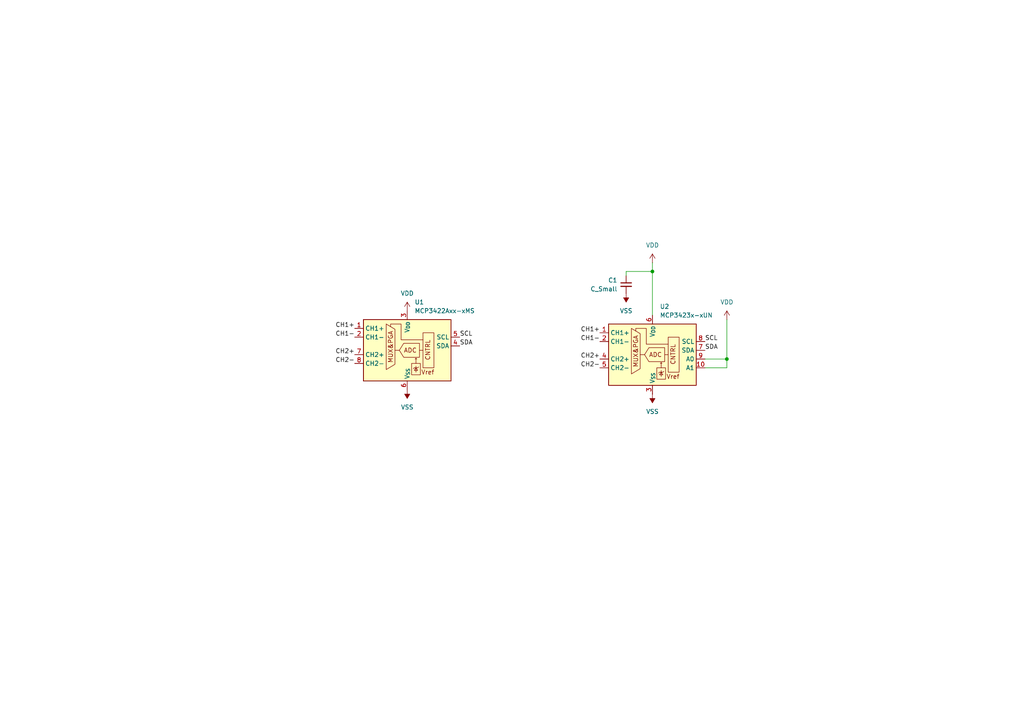
<source format=kicad_sch>
(kicad_sch (version 20250114) (generator "eeschema") (generator_version "9.0")
  (paper "A4")
  (lib_symbols
    (symbol "Analog_ADC:MCP3422Axx-xMS"
      (property "Reference" "U" (at -11.43 8.89 0))
      (property "Value" "MCP3422Axx-xMS" (at 20.32 8.89 0))
      (symbol "MCP3422Axx-xMS_0_0"
        (polyline (pts (xy -6.096 6.35) (xy -3.556 4.826) (xy -3.556 -5.334) (xy -6.096 -6.858) (xy -6.096 6.35)))
        (polyline (pts (xy 3.556 0.762) (xy 3.556 -3.302) (xy -1.016 -3.302) (xy -2.286 -1.27) (xy -1.016 0.762) (xy 3.556 0.762)))
        (polyline (pts (xy 4.572 1.778) (xy -1.778 1.778) (xy -1.778 6.35) (xy -4.826 6.35) (xy -4.826 5.588)))
        (text "MUX&PGA" (at -4.826 -0.254 900) (effects (font (size 1.27 1.27))))
        (text "ADC" (at 0.889 -1.27 0) (effects (font (size 1.27 1.27))))
        (text "Vref" (at 5.969 -7.62 0) (effects (font (size 1.27 1.27))))
        (text "CNTRL" (at 6.731 -4.191 900) (effects (font (size 1.27 1.27)) (justify left bottom)))
      )
      (symbol "MCP3422Axx-xMS_0_1"
        (polyline (pts (xy -3.556 -1.27) (xy -2.286 -1.27)))
        (rectangle (start 1.27 -5.08) (end 3.81 -8.382))
        (polyline (pts (xy 2.032 -6.35) (xy 1.778 -6.604)))
        (polyline (pts (xy 2.032 -6.35) (xy 3.048 -6.35) (xy 3.302 -6.096)))
        (polyline (pts (xy 2.54 -3.556) (xy 2.794 -3.81)))
        (polyline (pts (xy 2.54 -5.08) (xy 2.54 -3.556) (xy 2.286 -3.81)))
        (polyline (pts (xy 2.54 -5.842) (xy 2.54 -7.62)))
        (polyline (pts (xy 2.54 -6.35) (xy 2.032 -7.112) (xy 3.048 -7.112) (xy 2.54 -6.35)))
        (polyline (pts (xy 3.556 -1.27) (xy 4.572 -1.27)))
        (rectangle (start 4.572 -6.35) (end 7.747 3.81))
        (rectangle (start 12.7 7.62) (end -12.7 -10.16) (stroke (width 0.254)) (fill (type background)))
      )
      (symbol "MCP3422Axx-xMS_1_1"
        (pin input line (at -15.24 5.08 0) (length 2.54) (name "CH1+") (number "1"))
        (pin input line (at -15.24 2.54 0) (length 2.54) (name "CH1-") (number "2"))
        (pin input line (at -15.24 -2.54 0) (length 2.54) (name "CH2+") (number "7"))
        (pin input line (at -15.24 -5.08 0) (length 2.54) (name "CH2-") (number "8"))
        (pin power_in line (at 0 10.16 270) (length 2.54) (name "V_{DD}") (number "3"))
        (pin power_in line (at 0 -12.7 90) (length 2.54) (name "V_{SS}") (number "6"))
        (pin input line (at 15.24 2.54 180) (length 2.54) (name "SCL") (number "5"))
        (pin bidirectional line (at 15.24 0 180) (length 2.54) (name "SDA") (number "4"))
      )
    )
    (symbol "Analog_ADC:MCP3423x-xUN"
      (property "Reference" "U" (at -11.43 8.89 0))
      (property "Value" "MCP3423x-xUN" (at 19.05 8.89 0))
      (symbol "MCP3423x-xUN_0_0"
        (polyline (pts (xy -6.096 6.35) (xy -3.556 4.826) (xy -3.556 -5.334) (xy -6.096 -6.858) (xy -6.096 6.35)))
        (polyline (pts (xy 3.556 0.762) (xy 3.556 -3.302) (xy -1.016 -3.302) (xy -2.286 -1.27) (xy -1.016 0.762) (xy 3.556 0.762)))
        (polyline (pts (xy 4.572 1.778) (xy -1.778 1.778) (xy -1.778 6.35) (xy -4.826 6.35) (xy -4.826 5.588)))
        (text "MUX&PGA" (at -4.826 -0.254 900) (effects (font (size 1.27 1.27))))
        (text "ADC" (at 0.889 -1.27 0) (effects (font (size 1.27 1.27))))
        (text "Vref" (at 5.969 -7.62 0) (effects (font (size 1.27 1.27))))
        (text "CNTRL" (at 6.731 -4.191 900) (effects (font (size 1.27 1.27)) (justify left bottom)))
      )
      (symbol "MCP3423x-xUN_0_1"
        (polyline (pts (xy -3.556 -1.27) (xy -2.286 -1.27)))
        (rectangle (start 1.27 -5.08) (end 3.81 -8.382))
        (polyline (pts (xy 2.032 -6.35) (xy 1.778 -6.604)))
        (polyline (pts (xy 2.032 -6.35) (xy 3.048 -6.35) (xy 3.302 -6.096)))
        (polyline (pts (xy 2.54 -3.556) (xy 2.794 -3.81)))
        (polyline (pts (xy 2.54 -5.08) (xy 2.54 -3.556) (xy 2.286 -3.81)))
        (polyline (pts (xy 2.54 -5.842) (xy 2.54 -7.62)))
        (polyline (pts (xy 2.54 -6.35) (xy 2.032 -7.112) (xy 3.048 -7.112) (xy 2.54 -6.35)))
        (polyline (pts (xy 3.556 -1.27) (xy 4.572 -1.27)))
        (rectangle (start 4.572 -6.35) (end 7.747 3.81))
        (rectangle (start 12.7 7.62) (end -12.7 -10.16) (stroke (width 0.254)) (fill (type background)))
      )
      (symbol "MCP3423x-xUN_1_1"
        (pin input line (at -15.24 5.08 0) (length 2.54) (name "CH1+") (number "1"))
        (pin input line (at -15.24 2.54 0) (length 2.54) (name "CH1-") (number "2"))
        (pin input line (at -15.24 -2.54 0) (length 2.54) (name "CH2+") (number "4"))
        (pin input line (at -15.24 -5.08 0) (length 2.54) (name "CH2-") (number "5"))
        (pin power_in line (at 0 10.16 270) (length 2.54) (name "V_{DD}") (number "6"))
        (pin power_in line (at 0 -12.7 90) (length 2.54) (name "V_{SS}") (number "3"))
        (pin input line (at 15.24 2.54 180) (length 2.54) (name "SCL") (number "8"))
        (pin bidirectional line (at 15.24 0 180) (length 2.54) (name "SDA") (number "7"))
        (pin input line (at 15.24 -2.54 180) (length 2.54) (name "A0") (number "9"))
        (pin input line (at 15.24 -5.08 180) (length 2.54) (name "A1") (number "10"))
      )
    )
    (symbol "Device:C_Small" (pin_numbers (hide yes)) (pin_names (offset 0.254) (hide yes))
      (property "Reference" "C" (at 0.254 1.778 0))
      (property "Value" "C_Small" (at 0.254 -2.032 0))
      (symbol "C_Small_0_1"
        (polyline (pts (xy -1.524 0.508) (xy 1.524 0.508)) (stroke (width 0.3048)))
        (polyline (pts (xy -1.524 -0.508) (xy 1.524 -0.508)) (stroke (width 0.3302)))
      )
      (symbol "C_Small_1_1"
        (pin passive line (at 0 2.54 270) (length 2.032) (name "~") (number "1"))
        (pin passive line (at 0 -2.54 90) (length 2.032) (name "~") (number "2"))
      )
    )
    (symbol "power:VDD" (power) (pin_numbers (hide yes)) (pin_names (offset 0) (hide yes))
      (property "Value" "VDD" (at 0 3.556 0))
      (symbol "VDD_0_1"
        (polyline (pts (xy -0.762 1.27) (xy 0 2.54)))
        (polyline (pts (xy 0 2.54) (xy 0.762 1.27)))
        (polyline (pts (xy 0 0) (xy 0 2.54)))
      )
      (symbol "VDD_1_1"
        (pin power_in line (at 0 0 90) (length 0) (name "~") (number "1"))
      )
    )
    (symbol "power:VSS" (power) (pin_numbers (hide yes)) (pin_names (offset 0) (hide yes))
      (property "Value" "VSS" (at 0 3.556 0))
      (symbol "VSS_0_1"
        (polyline (pts (xy 0 0) (xy 0 2.54)))
        (polyline (pts (xy 0.762 1.27) (xy -0.762 1.27) (xy 0 2.54) (xy 0.762 1.27)) (fill (type outline)))
      )
      (symbol "VSS_1_1"
        (pin power_in line (at 0 0 90) (length 0) (name "~") (number "1"))
      )
    )
  )
  (junction (at 189.23 78.74))
  (junction (at 210.82 104.14))
  (wire (pts (xy 189.23 76.2) (xy 189.23 78.74)))
  (wire (pts (xy 210.82 92.71) (xy 210.82 104.14)))
  (wire (pts (xy 210.82 104.14) (xy 210.82 106.68)))
  (wire (pts (xy 181.61 80.01) (xy 181.61 78.74)))
  (wire (pts (xy 210.82 106.68) (xy 204.47 106.68)))
  (wire (pts (xy 181.61 78.74) (xy 189.23 78.74)))
  (wire (pts (xy 189.23 78.74) (xy 189.23 91.44)))
  (wire (pts (xy 204.47 104.14) (xy 210.82 104.14)))
  (label "CH1-" (at 102.87 97.79 180))
  (label "CH2+" (at 102.87 102.87 180))
  (label "CH1+" (at 173.99 96.52 180))
  (label "CH2-" (at 102.87 105.41 180))
  (label "CH2-" (at 173.99 106.68 180))
  (label "CH1+" (at 102.87 95.25 180))
  (label "SDA" (at 204.47 101.6 0))
  (label "SDA" (at 133.35 100.33 0))
  (label "SCL" (at 204.47 99.06 0))
  (label "SCL" (at 133.35 97.79 0))
  (label "CH1-" (at 173.99 99.06 180))
  (label "CH2+" (at 173.99 104.14 180))
  (symbol (lib_id "Analog_ADC:MCP3423x-xUN") (at 189.23 101.6 0) (unit 1)
    (property "Reference" "U2" (at 191.3733 88.9 0) (effects (justify left)))
    (property "Value" "MCP3423x-xUN" (at 191.3733 91.44 0) (effects (justify left)))
    (property "Footprint" "Package_SO:MSOP-10_3x3mm_P0.5mm" (effects (hide yes)))
    (property "Datasheet" "http://ww1.microchip.com/downloads/en/DeviceDoc/22088c.pdf" (effects (hide yes)))
    (property "Description" "2-Channel, 18-Bit, Delta-Sigma AD-Converter, I²C Interface, Reference, MSOP-10" (effects (hide yes)))
  )
  (symbol (lib_id "power:VSS") (at 189.23 114.3 180) (unit 1)
    (property "Reference" "#PWR04" (effects (hide yes)))
    (property "Value" "VSS" (at 189.23 119.38 0))
    (property "Description" "Power symbol creates a global label with name \"VSS\"" (effects (hide yes)))
  )
  (symbol (lib_id "power:VDD") (at 189.23 76.2 0) (unit 1)
    (property "Reference" "#PWR02" (effects (hide yes)))
    (property "Value" "VDD" (at 189.23 71.12 0))
    (property "Description" "Power symbol creates a global label with name \"VDD\"" (effects (hide yes)))
  )
  (symbol (lib_id "power:VSS") (at 181.61 85.09 180) (unit 1)
    (property "Reference" "#PWR06" (effects (hide yes)))
    (property "Value" "VSS" (at 181.61 90.17 0))
    (property "Description" "Power symbol creates a global label with name \"VSS\"" (effects (hide yes)))
  )
  (symbol (lib_id "power:VDD") (at 118.11 90.17 0) (unit 1)
    (property "Reference" "#PWR01" (effects (hide yes)))
    (property "Value" "VDD" (at 118.11 85.09 0))
    (property "Description" "Power symbol creates a global label with name \"VDD\"" (effects (hide yes)))
  )
  (symbol (lib_id "Analog_ADC:MCP3422Axx-xMS") (at 118.11 100.33 0) (unit 1)
    (property "Reference" "U1" (at 120.2533 87.63 0) (effects (justify left)))
    (property "Value" "MCP3422Axx-xMS" (at 120.2533 90.17 0) (effects (justify left)))
    (property "Footprint" "Package_SO:MSOP-8_3x3mm_P0.65mm" (effects (hide yes)))
    (property "Datasheet" "http://ww1.microchip.com/downloads/en/DeviceDoc/22088c.pdf" (effects (hide yes)))
    (property "Description" "2-Channel, 18-Bit, Delta-Sigma AD-Converter, I²C Interface, Reference, MSOP-8" (effects (hide yes)))
  )
  (symbol (lib_id "power:VSS") (at 118.11 113.03 180) (unit 1)
    (property "Reference" "#PWR03" (effects (hide yes)))
    (property "Value" "VSS" (at 118.11 118.11 0))
    (property "Description" "Power symbol creates a global label with name \"VSS\"" (effects (hide yes)))
  )
  (symbol (lib_id "power:VDD") (at 210.82 92.71 0) (unit 1)
    (property "Reference" "#PWR05" (effects (hide yes)))
    (property "Value" "VDD" (at 210.82 87.63 0))
    (property "Description" "Power symbol creates a global label with name \"VDD\"" (effects (hide yes)))
  )
  (symbol (lib_id "Device:C_Small") (at 181.61 82.55 0) (unit 1)
    (property "Reference" "C1" (at 179.07 81.2862 0) (effects (justify right)))
    (property "Value" "C_Small" (at 179.07 83.8262 0) (effects (justify right)))
    (property "Footprint" "Capacitor_SMD:C_0603_1608Metric_Pad1.08x0.95mm_HandSolder" (effects (hide yes)))
    (property "Description" "Unpolarized capacitor, small symbol" (effects (hide yes)))
  )
)
</source>
